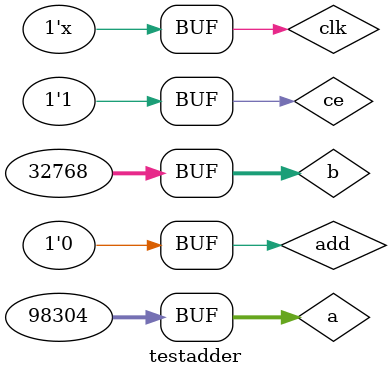
<source format=v>
`timescale 1ns / 1ps


module testadder;

	// Inputs
	reg clk;
	reg ce;
	reg add;
	reg [31:0] a;
	reg [31:0] b;

	// Outputs
	wire [31:0] s;

	// Instantiate the Unit Under Test (UUT)
	Adder uut (
		.clk(clk), 
		.ce(ce), 
		.add(add), 
		.s(s), 
		.a(a), 
		.b(b)
	);

	always #5 clk=!clk;
	initial begin
		// Initialize Inputs
		clk = 0;
		ce = 1;
		add = 0;
		a = 0;
		b = 0;

		// Wait 100 ns for global reset to finish
		#100;
        
		// Add stimulus here
		a={17'd3,15'd0};
		b={17'd1,15'd0};
		#100;
	end
      
endmodule


</source>
